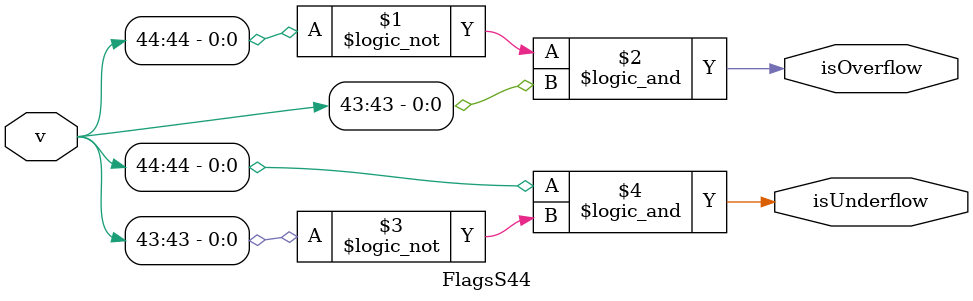
<source format=v>
/* ----------------------------------------------------------------------------------------------------------------------

PS-FPGA Licenses (DUAL License GPLv2 and commercial license)

This PS-FPGA source code is copyright © 2019 Romain PIQUOIS and licensed under the GNU General Public License v2.0, 
 and a commercial licensing option.
If you wish to use the source code from PS-FPGA, email laxer3a [at] hotmail [dot] com for commercial licensing.

See LICENSE file.
---------------------------------------------------------------------------------------------------------------------- */

module FlagsS44(
	input [44:0] v,
	output       isOverflow,
	output       isUnderflow
);
	assign isOverflow = (!v[44]) && v[43];  // Positive number but too big.
	assign isUnderflow=   v[44]  && !v[43]; // Negative number but too big.
endmodule

</source>
